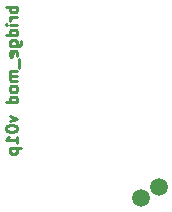
<source format=gbr>
G04 #@! TF.FileFunction,Paste,Bot*
%FSLAX46Y46*%
G04 Gerber Fmt 4.6, Leading zero omitted, Abs format (unit mm)*
G04 Created by KiCad (PCBNEW 4.0.4-stable) date 05/29/18 15:09:19*
%MOMM*%
%LPD*%
G01*
G04 APERTURE LIST*
%ADD10C,0.100000*%
%ADD11C,0.250000*%
%ADD12C,1.500000*%
G04 APERTURE END LIST*
D10*
D11*
X102522381Y-79735714D02*
X101522381Y-79735714D01*
X101903333Y-79735714D02*
X101855714Y-79830952D01*
X101855714Y-80021429D01*
X101903333Y-80116667D01*
X101950952Y-80164286D01*
X102046190Y-80211905D01*
X102331905Y-80211905D01*
X102427143Y-80164286D01*
X102474762Y-80116667D01*
X102522381Y-80021429D01*
X102522381Y-79830952D01*
X102474762Y-79735714D01*
X102522381Y-80640476D02*
X101855714Y-80640476D01*
X102046190Y-80640476D02*
X101950952Y-80688095D01*
X101903333Y-80735714D01*
X101855714Y-80830952D01*
X101855714Y-80926191D01*
X102522381Y-81259524D02*
X101855714Y-81259524D01*
X101522381Y-81259524D02*
X101570000Y-81211905D01*
X101617619Y-81259524D01*
X101570000Y-81307143D01*
X101522381Y-81259524D01*
X101617619Y-81259524D01*
X102522381Y-82164286D02*
X101522381Y-82164286D01*
X102474762Y-82164286D02*
X102522381Y-82069048D01*
X102522381Y-81878571D01*
X102474762Y-81783333D01*
X102427143Y-81735714D01*
X102331905Y-81688095D01*
X102046190Y-81688095D01*
X101950952Y-81735714D01*
X101903333Y-81783333D01*
X101855714Y-81878571D01*
X101855714Y-82069048D01*
X101903333Y-82164286D01*
X101855714Y-83069048D02*
X102665238Y-83069048D01*
X102760476Y-83021429D01*
X102808095Y-82973810D01*
X102855714Y-82878571D01*
X102855714Y-82735714D01*
X102808095Y-82640476D01*
X102474762Y-83069048D02*
X102522381Y-82973810D01*
X102522381Y-82783333D01*
X102474762Y-82688095D01*
X102427143Y-82640476D01*
X102331905Y-82592857D01*
X102046190Y-82592857D01*
X101950952Y-82640476D01*
X101903333Y-82688095D01*
X101855714Y-82783333D01*
X101855714Y-82973810D01*
X101903333Y-83069048D01*
X102474762Y-83926191D02*
X102522381Y-83830953D01*
X102522381Y-83640476D01*
X102474762Y-83545238D01*
X102379524Y-83497619D01*
X101998571Y-83497619D01*
X101903333Y-83545238D01*
X101855714Y-83640476D01*
X101855714Y-83830953D01*
X101903333Y-83926191D01*
X101998571Y-83973810D01*
X102093810Y-83973810D01*
X102189048Y-83497619D01*
X102617619Y-84164286D02*
X102617619Y-84926191D01*
X102522381Y-85164286D02*
X101855714Y-85164286D01*
X101950952Y-85164286D02*
X101903333Y-85211905D01*
X101855714Y-85307143D01*
X101855714Y-85450001D01*
X101903333Y-85545239D01*
X101998571Y-85592858D01*
X102522381Y-85592858D01*
X101998571Y-85592858D02*
X101903333Y-85640477D01*
X101855714Y-85735715D01*
X101855714Y-85878572D01*
X101903333Y-85973810D01*
X101998571Y-86021429D01*
X102522381Y-86021429D01*
X102522381Y-86640476D02*
X102474762Y-86545238D01*
X102427143Y-86497619D01*
X102331905Y-86450000D01*
X102046190Y-86450000D01*
X101950952Y-86497619D01*
X101903333Y-86545238D01*
X101855714Y-86640476D01*
X101855714Y-86783334D01*
X101903333Y-86878572D01*
X101950952Y-86926191D01*
X102046190Y-86973810D01*
X102331905Y-86973810D01*
X102427143Y-86926191D01*
X102474762Y-86878572D01*
X102522381Y-86783334D01*
X102522381Y-86640476D01*
X102522381Y-87830953D02*
X101522381Y-87830953D01*
X102474762Y-87830953D02*
X102522381Y-87735715D01*
X102522381Y-87545238D01*
X102474762Y-87450000D01*
X102427143Y-87402381D01*
X102331905Y-87354762D01*
X102046190Y-87354762D01*
X101950952Y-87402381D01*
X101903333Y-87450000D01*
X101855714Y-87545238D01*
X101855714Y-87735715D01*
X101903333Y-87830953D01*
X101855714Y-88973810D02*
X102522381Y-89211905D01*
X101855714Y-89450001D01*
X101522381Y-90021429D02*
X101522381Y-90116668D01*
X101570000Y-90211906D01*
X101617619Y-90259525D01*
X101712857Y-90307144D01*
X101903333Y-90354763D01*
X102141429Y-90354763D01*
X102331905Y-90307144D01*
X102427143Y-90259525D01*
X102474762Y-90211906D01*
X102522381Y-90116668D01*
X102522381Y-90021429D01*
X102474762Y-89926191D01*
X102427143Y-89878572D01*
X102331905Y-89830953D01*
X102141429Y-89783334D01*
X101903333Y-89783334D01*
X101712857Y-89830953D01*
X101617619Y-89878572D01*
X101570000Y-89926191D01*
X101522381Y-90021429D01*
X102522381Y-91307144D02*
X102522381Y-90735715D01*
X102522381Y-91021429D02*
X101522381Y-91021429D01*
X101665238Y-90926191D01*
X101760476Y-90830953D01*
X101808095Y-90735715D01*
X101855714Y-91735715D02*
X102855714Y-91735715D01*
X101903333Y-91735715D02*
X101855714Y-91830953D01*
X101855714Y-92021430D01*
X101903333Y-92116668D01*
X101950952Y-92164287D01*
X102046190Y-92211906D01*
X102331905Y-92211906D01*
X102427143Y-92164287D01*
X102474762Y-92116668D01*
X102522381Y-92021430D01*
X102522381Y-91830953D01*
X102474762Y-91735715D01*
D12*
X113020000Y-95950000D03*
X114520000Y-95050000D03*
M02*

</source>
